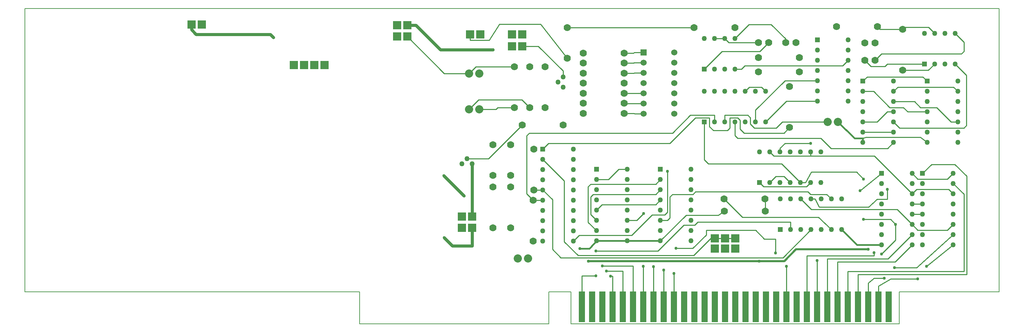
<source format=gbr>
G04 PROTEUS GERBER X2 FILE*
%TF.GenerationSoftware,Labcenter,Proteus,8.9-SP2-Build28501*%
%TF.CreationDate,2021-04-09T23:18:08+00:00*%
%TF.FileFunction,Copper,L1,Top*%
%TF.FilePolarity,Positive*%
%TF.Part,Single*%
%TF.SameCoordinates,{17eb0ee2-30aa-48b8-b423-7eda7b5b8fc9}*%
%FSLAX45Y45*%
%MOMM*%
G01*
%TA.AperFunction,NonConductor*%
%ADD10C,0.254000*%
%ADD11C,0.762000*%
%ADD12C,0.381000*%
%ADD13C,0.508000*%
%TA.AperFunction,ViaPad*%
%ADD14C,0.762000*%
%TA.AperFunction,ComponentPad*%
%ADD15R,1.270000X1.270000*%
%ADD16C,1.270000*%
%TA.AperFunction,WasherPad*%
%ADD17R,1.524000X1.524000*%
%ADD18C,1.524000*%
%TA.AperFunction,ComponentPad*%
%ADD19C,1.778000*%
%ADD70R,2.032000X2.032000*%
%ADD71C,2.032000*%
%TA.AperFunction,ConnectorPad*%
%ADD20R,1.500000X7.620000*%
%TA.AperFunction,Profile*%
%ADD21C,0.203200*%
%TD.AperFunction*%
D10*
X-10366000Y+6384000D02*
X-10604500Y+6384000D01*
X-10608500Y+6380000D01*
X-10850000Y+6380000D01*
X-10366000Y+6638000D02*
X-10604500Y+6638000D01*
X-10612500Y+6630000D01*
X-10850000Y+6630000D01*
X-10366000Y+6892000D02*
X-10604500Y+6892000D01*
X-10616500Y+6880000D01*
X-10850000Y+6880000D01*
X-11540000Y+2464000D02*
X-11747500Y+2671500D01*
X-11747500Y+3556000D01*
X-11684000Y+3619500D01*
X-10066500Y+3619500D01*
X-9952000Y+3734000D01*
X-11540000Y+2718000D02*
X-11684000Y+2862000D01*
X-11684000Y+3302000D01*
X-11620500Y+3365500D01*
X-10066500Y+3365500D01*
X-9952000Y+3480000D01*
X-9952000Y+2718000D02*
X-9779000Y+2718000D01*
X-9715500Y+2781500D01*
X-9715500Y+3302000D01*
X-9652000Y+3365500D01*
X-9144000Y+3365500D01*
X-9080500Y+3429000D01*
X-6286500Y+3429000D01*
X-6223000Y+3365500D01*
X-5819500Y+3365500D01*
X-5704000Y+3250000D01*
X-11540000Y+2972000D02*
X-11400500Y+3111500D01*
X-10066500Y+3111500D01*
X-9952000Y+3226000D01*
X-10850000Y+5380000D02*
X-10604500Y+5380000D01*
X-10592500Y+5368000D01*
X-10366000Y+5368000D01*
X-10850000Y+5630000D02*
X-10842000Y+5622000D01*
X-10366000Y+5622000D01*
X-10850000Y+5880000D02*
X-10604500Y+5880000D01*
X-10600500Y+5876000D01*
X-10366000Y+5876000D01*
X-3700000Y+2872000D02*
X-3697000Y+2875000D01*
X-3441000Y+2875000D01*
X-3700000Y+3126000D02*
X-3697000Y+3129000D01*
X-3441000Y+3129000D01*
X-3700000Y+2618000D02*
X-3558500Y+2476500D01*
X-2823500Y+2476500D01*
X-2679000Y+2621000D01*
X-6223000Y+4318000D02*
X-6220000Y+4318000D01*
X-3700000Y+3380000D02*
X-4637999Y+4318000D01*
X-6220000Y+4318000D01*
X-6220000Y+4420000D01*
X-6223000Y+4318000D02*
X-7134000Y+4318000D01*
X-7236000Y+4420000D01*
X-3700000Y+3380001D02*
X-3700000Y+3380000D01*
X-3587501Y+3492500D01*
X-2788499Y+3492500D01*
X-2679000Y+3383000D01*
X-2679000Y+3383001D01*
X-6474000Y+3658000D02*
X-6943500Y+4127500D01*
X-8763000Y+4127500D01*
X-8860000Y+4224500D01*
X-8860000Y+5168000D01*
X-8344000Y+2270000D02*
X-8090000Y+2270000D01*
X-8598000Y+2270000D02*
X-8344000Y+2270000D01*
X-12872000Y+3476000D02*
X-12874000Y+3474000D01*
X-13100000Y+3474000D01*
X-13112000Y+3224000D02*
X-13271500Y+3383500D01*
X-13271500Y+4826000D01*
X-13208000Y+4889500D01*
X-9652000Y+4889500D01*
X-9207500Y+5334000D01*
X-8606000Y+5334000D01*
X-8606000Y+5168000D01*
X-13112000Y+3224000D02*
X-13110000Y+3222000D01*
X-12872000Y+3222000D01*
X-6742000Y+5028000D02*
X-6880500Y+4889500D01*
X-7874000Y+4889500D01*
X-7971000Y+4986500D01*
X-7971000Y+5207000D01*
X-8034500Y+5270500D01*
X-8225000Y+5270500D01*
X-8225000Y+5016500D01*
X-8288500Y+4953000D01*
X-8636000Y+4953000D01*
X-8733000Y+5050000D01*
X-8733000Y+5270500D01*
X-9080500Y+5270500D01*
X-9715500Y+4635500D01*
X-12728500Y+4635500D01*
X-12872000Y+4492000D01*
X-8100000Y+6478000D02*
X-7937500Y+6478000D01*
X-7850901Y+6564599D01*
X-5425402Y+6564599D01*
X-5288000Y+6702000D01*
X-5288000Y+6702001D01*
X-9779000Y+3937000D02*
X-9779000Y+2921000D01*
X-9842500Y+2857500D01*
X-10160000Y+2857500D01*
X-10668000Y+2349500D01*
X-11966500Y+2349500D01*
X-12110000Y+2206000D01*
X-4160000Y+5166000D02*
X-4010500Y+5016500D01*
X-2413000Y+5016500D01*
X-2349500Y+5080000D01*
X-2349500Y+6325500D01*
X-2634000Y+6610000D01*
X-4922000Y+5166000D02*
X-4572000Y+5166000D01*
X-4318000Y+5420000D01*
X-4160000Y+5420000D01*
X-4922000Y+4912000D02*
X-4160000Y+4912000D01*
X-8098000Y+5168000D02*
X-8098000Y+4826000D01*
X-8034500Y+4762500D01*
X-5969000Y+4762500D01*
X-5715000Y+4508500D01*
X-4309500Y+4508500D01*
X-4160000Y+4658000D01*
X-6050000Y+6194000D02*
X-6858000Y+6194000D01*
X-7590000Y+5462000D01*
X-7590000Y+5168000D01*
X-3329000Y+6182000D02*
X-3433500Y+6286500D01*
X-4817500Y+6286500D01*
X-4922000Y+6182000D01*
X-3329000Y+5420000D02*
X-3810000Y+5420000D01*
X-3914500Y+5524500D01*
X-4254500Y+5524500D01*
X-4658000Y+5928000D01*
X-4922000Y+5928000D01*
X-2567000Y+5166000D02*
X-2730500Y+5166000D01*
X-3089000Y+5524500D01*
X-3492500Y+5524500D01*
X-3642001Y+5674001D01*
X-4160000Y+5674000D01*
X-4160000Y+5674001D01*
X-2567000Y+5928001D02*
X-2567000Y+5928000D01*
X-2671499Y+6032500D01*
X-4055501Y+6032500D01*
X-4160000Y+5928000D01*
X-4160000Y+5928001D01*
X-5794000Y+5170000D02*
X-6921500Y+5170000D01*
X-7075000Y+5016500D01*
X-7620000Y+5016500D01*
X-7717000Y+5113500D01*
X-7717000Y+5270500D01*
X-7780500Y+5334000D01*
X-8352000Y+5334000D01*
X-8352000Y+5168000D01*
X-14756000Y+4257000D02*
X-14219000Y+4257000D01*
X-13386000Y+5090000D01*
X-14704000Y+5480000D02*
X-14469000Y+5715000D01*
X-13395000Y+5715000D01*
X-13200000Y+5520000D01*
D11*
X-14629000Y+4130000D02*
X-14630000Y+4066500D01*
X-14630000Y+2810000D01*
D10*
X-9116000Y+7510000D02*
X-12270000Y+7510000D01*
X-14704000Y+6370000D02*
X-14534000Y+6540000D01*
X-13580000Y+6540000D01*
X-7844000Y+5930000D02*
X-7741500Y+6032500D01*
X-7438500Y+6032500D01*
X-7336000Y+5930000D01*
X-7514000Y+7140000D02*
X-7515600Y+7138400D01*
X-8252400Y+7138400D01*
X-8354000Y+7240000D01*
X-8608000Y+7240000D01*
X-6728000Y+3658000D02*
X-6880000Y+3810000D01*
X-7084000Y+3810000D01*
X-7236000Y+3658000D01*
X-7354000Y+3250000D02*
X-7344000Y+3240000D01*
X-7344000Y+2950000D01*
X-7490000Y+3658000D02*
X-7388000Y+3556000D01*
X-6322000Y+3556000D01*
X-6220000Y+3658000D01*
X-7260000Y+7140000D02*
X-7478500Y+6921500D01*
X-8418500Y+6921500D01*
X-8862000Y+6478000D01*
X-6050000Y+5686000D02*
X-6818000Y+5686000D01*
X-7336000Y+5168000D01*
X-14450000Y+5480000D02*
X-14033500Y+5480000D01*
X-13989500Y+5524000D01*
X-13580000Y+5524000D01*
D12*
X-10778000Y+2210000D02*
X-9952000Y+2210000D01*
X-11540000Y+2210000D02*
X-11593500Y+2146500D01*
X-11720000Y+2020000D01*
X-11950000Y+2020000D01*
X-4462000Y+2110000D02*
X-5072000Y+2110000D01*
X-5450000Y+2488000D01*
D10*
X-11540000Y+3734000D02*
X-11239500Y+3734000D01*
X-10985500Y+3988000D01*
X-10778000Y+3988000D01*
X-3700000Y+3888000D02*
X-3558500Y+3746500D01*
X-2823500Y+3746500D01*
X-2679000Y+3891000D01*
D12*
X-5540000Y+5170000D02*
X-5132500Y+4762500D01*
X-4922000Y+4762000D01*
X-4922000Y+4658000D02*
X-4922000Y+4762000D01*
D10*
X-2634000Y+7372000D02*
X-2413000Y+7151000D01*
X-2413000Y+6921500D01*
X-2476500Y+6858000D01*
X-4462000Y+6858000D01*
X-4620000Y+6700000D01*
X-4874000Y+6700000D02*
X-4721000Y+6547000D01*
X-4375000Y+6547000D01*
X-4312000Y+6610000D01*
X-3396000Y+6610000D01*
X-3142000Y+6610000D02*
X-3298000Y+6454000D01*
X-3936000Y+6454000D01*
X-3936000Y+7470000D02*
X-3884000Y+7522000D01*
X-3292000Y+7522000D01*
X-3142000Y+7372000D01*
X-4558000Y+7534000D02*
X-4494000Y+7470000D01*
X-3936000Y+7470000D01*
X-4922000Y+4762000D02*
X-4847000Y+4788000D01*
X-3491001Y+4788958D01*
X-3329000Y+4658000D01*
X-12270000Y+6748000D02*
X-12925000Y+7600000D01*
X-13955000Y+7601000D01*
X-14207000Y+7195000D01*
X-14682000Y+7195000D01*
X-14682000Y+7340000D01*
X-6982000Y+4420000D02*
X-6982000Y+4517000D01*
X-6858000Y+4635500D01*
X-6223000Y+4635500D01*
D11*
X-16235000Y+7575000D02*
X-16027000Y+7575000D01*
X-15415000Y+6963000D01*
X-14110000Y+6963000D01*
X-15320000Y+2286000D02*
X-15117000Y+2082000D01*
X-14630000Y+2082002D01*
X-14630000Y+2530000D01*
D10*
X-14704000Y+6370000D02*
X-15320000Y+6370000D01*
X-16235000Y+7295000D01*
D11*
X-19562000Y+7268000D02*
X-19641000Y+7347000D01*
X-21489000Y+7347000D01*
X-21600000Y+7458000D01*
X-21600000Y+7585000D01*
X-14830000Y+3330000D02*
X-15330000Y+3830000D01*
D10*
X-12872000Y+3476000D02*
X-12628926Y+3232926D01*
X-12628926Y+2000000D01*
X-12426426Y+1790000D01*
X-6910000Y+1790000D01*
X-6212000Y+2488000D01*
X-3700000Y+2110000D02*
X-4120000Y+1690000D01*
X-5555000Y+1690000D01*
X-5555000Y+260000D01*
X-3700000Y+2364000D02*
X-4303000Y+1761000D01*
X-5809000Y+1761000D01*
X-5809000Y+260000D01*
X-4645000Y+1917000D02*
X-4645000Y+1838000D01*
X-6317000Y+1838000D01*
X-6317000Y+260000D01*
X-4462000Y+3888000D02*
X-4993000Y+3460000D01*
X-6063257Y+1723000D02*
X-6063000Y+260000D01*
X-2679000Y+3637000D02*
X-2414000Y+3372000D01*
X-2414000Y+1454000D01*
X-5301000Y+1454000D01*
X-5301000Y+260000D01*
X-3441000Y+3891000D02*
X-3219000Y+4113000D01*
X-2643000Y+4113000D01*
X-2347000Y+3817000D01*
X-2347000Y+1378000D01*
X-5047000Y+1378000D01*
X-5047000Y+260000D01*
X-10366000Y+2887000D02*
X-10535000Y+2718000D01*
X-10778000Y+2718000D01*
D12*
X-11540000Y+2210000D02*
X-10778000Y+2210000D01*
D13*
X-11744000Y+1706000D02*
X-7499000Y+1706000D01*
X-6877000Y+1706000D01*
X-6583000Y+2000000D01*
X-4792000Y+2000000D01*
D10*
X-11390000Y+1586000D02*
X-10635000Y+1586000D01*
X-10635000Y+260000D01*
X-11291000Y+1462000D02*
X-10889000Y+1462000D01*
X-10889000Y+260000D01*
X-11187000Y+1332000D02*
X-11143000Y+1332000D01*
X-11143000Y+260000D01*
X-9619000Y+1397000D02*
X-9619000Y+260000D01*
X-9873000Y+1480000D02*
X-9873000Y+260000D01*
X-10127000Y+1567000D02*
X-10127000Y+260000D01*
X-10381000Y+1575000D02*
X-10381000Y+260000D01*
X-6825000Y+260000D02*
X-6825000Y+1580000D01*
X-7091000Y+1910000D02*
X-7091000Y+2258000D01*
X-7372000Y+2258000D01*
X-7588000Y+2474000D01*
X-8813000Y+2474000D01*
X-8813000Y+2357000D01*
X-9154000Y+2029000D01*
X-9565000Y+2029000D01*
X-6720000Y+2488000D02*
X-6720000Y+2682000D01*
X-9952000Y+2210000D02*
X-9312000Y+2850000D01*
X-8519000Y+2850000D01*
X-8360000Y+2950000D01*
X-6720000Y+2682000D02*
X-9021000Y+2682000D01*
X-9100000Y+2603000D01*
X-9367000Y+2603000D01*
X-10014000Y+1956000D01*
X-11557000Y+1956000D01*
X-11557000Y+1337000D02*
X-11905000Y+1337000D01*
X-11905000Y+260000D01*
X-8598000Y+2270000D02*
X-8700000Y+2270000D01*
X-9122000Y+1848000D01*
X-11998000Y+1848000D01*
X-12340409Y+2190409D01*
X-12340409Y+3706409D01*
X-12872000Y+4238000D01*
X-8100000Y+7240000D02*
X-7752000Y+7588000D01*
X-7202000Y+7588000D01*
X-6842900Y+7228900D01*
X-6840000Y+7140000D01*
X-3700000Y+2618000D02*
X-4070000Y+2988000D01*
X-6204000Y+2988000D01*
X-6466000Y+3250000D01*
X-6474000Y+3658000D02*
X-6346811Y+3658000D01*
X-4464000Y+1880000D02*
X-4111000Y+2233000D01*
X-4111000Y+2622000D01*
X-4234000Y+2745000D01*
X-4905000Y+2745000D01*
X-4907000Y+3748000D02*
X-5079000Y+3920000D01*
X-6208000Y+3920000D01*
X-6346811Y+3658000D01*
X-4318000Y+3492500D02*
X-4318000Y+3245000D01*
X-4567564Y+3245000D01*
X-4784000Y+3053000D01*
X-6006000Y+3051000D01*
X-6114000Y+3250000D01*
X-6212000Y+3250000D01*
X-13382000Y+7050000D02*
X-12983000Y+7050000D01*
X-12370000Y+6437000D01*
X-12370000Y+6286000D01*
X-2679000Y+2367000D02*
X-3588000Y+1543000D01*
X-4141000Y+1543000D01*
X-4390000Y+1280000D02*
X-4650000Y+1280000D01*
X-4792378Y+1160002D01*
X-4793000Y+260000D01*
X-2679000Y+2113000D02*
X-3340000Y+1580000D01*
X-3560000Y+1260000D02*
X-4230000Y+1260000D01*
X-4539000Y+1090000D01*
X-4539000Y+260000D01*
X-8370000Y+3250000D02*
X-7918000Y+2798000D01*
X-6030000Y+2800000D01*
X-5704000Y+2488000D01*
D14*
X-9779000Y+3937000D03*
X-11950000Y+2020000D03*
X-6223000Y+4635500D03*
X-14110000Y+6963000D03*
X-15320000Y+2286000D03*
X-19562000Y+7268000D03*
X-14830000Y+3330000D03*
X-15330000Y+3830000D03*
X-4645000Y+1917000D03*
X-4993000Y+3460000D03*
X-6063257Y+1723000D03*
X-10366000Y+2887000D03*
X-11744000Y+1706000D03*
X-4792000Y+2000000D03*
X-7499000Y+1706000D03*
X-11390000Y+1586000D03*
X-11291000Y+1462000D03*
X-11187000Y+1332000D03*
X-9619000Y+1397000D03*
X-9873000Y+1480000D03*
X-10127000Y+1567000D03*
X-10381000Y+1575000D03*
X-6825000Y+1580000D03*
X-7091000Y+1910000D03*
X-9565000Y+2029000D03*
X-11557000Y+1956000D03*
X-11557000Y+1337000D03*
X-4464000Y+1880000D03*
X-4111000Y+2622000D03*
X-4905000Y+2745000D03*
X-4907000Y+3748000D03*
X-4318000Y+3492500D03*
X-4141000Y+1543000D03*
X-4390000Y+1280000D03*
X-3340000Y+1580000D03*
X-3560000Y+1260000D03*
D15*
X-11540000Y+3988000D03*
D16*
X-11540000Y+3734000D03*
X-11540000Y+3480000D03*
X-11540000Y+3226000D03*
X-11540000Y+2972000D03*
X-11540000Y+2718000D03*
X-11540000Y+2464000D03*
X-11540000Y+2210000D03*
X-10778000Y+2210000D03*
X-10778000Y+2464000D03*
X-10778000Y+2718000D03*
X-10778000Y+2972000D03*
X-10778000Y+3226000D03*
X-10778000Y+3480000D03*
X-10778000Y+3734000D03*
X-10778000Y+3988000D03*
D15*
X-9952000Y+3988000D03*
D16*
X-9952000Y+3734000D03*
X-9952000Y+3480000D03*
X-9952000Y+3226000D03*
X-9952000Y+2972000D03*
X-9952000Y+2718000D03*
X-9952000Y+2464000D03*
X-9952000Y+2210000D03*
X-9190000Y+2210000D03*
X-9190000Y+2464000D03*
X-9190000Y+2718000D03*
X-9190000Y+2972000D03*
X-9190000Y+3226000D03*
X-9190000Y+3480000D03*
X-9190000Y+3734000D03*
X-9190000Y+3988000D03*
D17*
X-10366000Y+6892000D03*
D18*
X-10366000Y+6638000D03*
X-10366000Y+6384000D03*
X-10366000Y+6130000D03*
X-10366000Y+5876000D03*
X-10366000Y+5622000D03*
X-10366000Y+5368000D03*
X-9604000Y+5368000D03*
X-9604000Y+5622000D03*
X-9604000Y+5876000D03*
X-9604000Y+6130000D03*
X-9604000Y+6384000D03*
X-9604000Y+6638000D03*
X-9604000Y+6892000D03*
D19*
X-11866000Y+5380000D03*
X-10850000Y+5380000D03*
X-11866000Y+5630000D03*
X-10850000Y+5630000D03*
X-11866000Y+5880000D03*
X-10850000Y+5880000D03*
X-11866000Y+6130000D03*
X-10850000Y+6130000D03*
X-11866000Y+6380000D03*
X-10850000Y+6380000D03*
X-11866000Y+6630000D03*
X-10850000Y+6630000D03*
X-11866000Y+6880000D03*
X-10850000Y+6880000D03*
D15*
X-6050000Y+7210000D03*
D16*
X-6050000Y+6956000D03*
X-6050000Y+6702000D03*
X-6050000Y+6448000D03*
X-6050000Y+6194000D03*
X-6050000Y+5940000D03*
X-6050000Y+5686000D03*
X-5288000Y+5686000D03*
X-5288000Y+5940000D03*
X-5288000Y+6194000D03*
X-5288000Y+6448000D03*
X-5288000Y+6702000D03*
X-5288000Y+6956000D03*
X-5288000Y+7210000D03*
D15*
X-8860000Y+5168000D03*
D16*
X-8606000Y+5168000D03*
X-8352000Y+5168000D03*
X-8098000Y+5168000D03*
X-7844000Y+5168000D03*
X-7590000Y+5168000D03*
X-7336000Y+5168000D03*
X-7336000Y+5930000D03*
X-7590000Y+5930000D03*
X-7844000Y+5930000D03*
X-8098000Y+5930000D03*
X-8352000Y+5930000D03*
X-8606000Y+5930000D03*
X-8860000Y+5930000D03*
D15*
X-4462000Y+3888000D03*
D16*
X-4462000Y+3634000D03*
X-4462000Y+3380000D03*
X-4462000Y+3126000D03*
X-4462000Y+2872000D03*
X-4462000Y+2618000D03*
X-4462000Y+2364000D03*
X-4462000Y+2110000D03*
X-3700000Y+2110000D03*
X-3700000Y+2364000D03*
X-3700000Y+2618000D03*
X-3700000Y+2872000D03*
X-3700000Y+3126000D03*
X-3700000Y+3380000D03*
X-3700000Y+3634000D03*
X-3700000Y+3888000D03*
D15*
X-3441000Y+3891000D03*
D16*
X-3441000Y+3637000D03*
X-3441000Y+3383000D03*
X-3441000Y+3129000D03*
X-3441000Y+2875000D03*
X-3441000Y+2621000D03*
X-3441000Y+2367000D03*
X-3441000Y+2113000D03*
X-2679000Y+2113000D03*
X-2679000Y+2367000D03*
X-2679000Y+2621000D03*
X-2679000Y+2875000D03*
X-2679000Y+3129000D03*
X-2679000Y+3383000D03*
X-2679000Y+3637000D03*
X-2679000Y+3891000D03*
D15*
X-3329000Y+6182000D03*
D16*
X-3329000Y+5928000D03*
X-3329000Y+5674000D03*
X-3329000Y+5420000D03*
X-3329000Y+5166000D03*
X-3329000Y+4912000D03*
X-3329000Y+4658000D03*
X-2567000Y+4658000D03*
X-2567000Y+4912000D03*
X-2567000Y+5166000D03*
X-2567000Y+5420000D03*
X-2567000Y+5674000D03*
X-2567000Y+5928000D03*
X-2567000Y+6182000D03*
D15*
X-4922000Y+6182000D03*
D16*
X-4922000Y+5928000D03*
X-4922000Y+5674000D03*
X-4922000Y+5420000D03*
X-4922000Y+5166000D03*
X-4922000Y+4912000D03*
X-4922000Y+4658000D03*
X-4160000Y+4658000D03*
X-4160000Y+4912000D03*
X-4160000Y+5166000D03*
X-4160000Y+5420000D03*
X-4160000Y+5674000D03*
X-4160000Y+5928000D03*
X-4160000Y+6182000D03*
D15*
X-12872000Y+4492000D03*
D16*
X-12872000Y+4238000D03*
X-12872000Y+3984000D03*
X-12872000Y+3730000D03*
X-12872000Y+3476000D03*
X-12872000Y+3222000D03*
X-12872000Y+2968000D03*
X-12872000Y+2714000D03*
X-12872000Y+2460000D03*
X-12872000Y+2206000D03*
X-12110000Y+2206000D03*
X-12110000Y+2460000D03*
X-12110000Y+2714000D03*
X-12110000Y+2968000D03*
X-12110000Y+3222000D03*
X-12110000Y+3476000D03*
X-12110000Y+3730000D03*
X-12110000Y+3984000D03*
X-12110000Y+4238000D03*
X-12110000Y+4492000D03*
D19*
X-13112000Y+3224000D03*
X-13112000Y+2208000D03*
D15*
X-3396000Y+6610000D03*
D16*
X-3142000Y+6610000D03*
X-2888000Y+6610000D03*
X-2634000Y+6610000D03*
X-2634000Y+7372000D03*
X-2888000Y+7372000D03*
X-3142000Y+7372000D03*
X-3396000Y+7372000D03*
D19*
X-4874000Y+7131000D03*
X-4620000Y+7131000D03*
X-4874000Y+6700000D03*
X-4620000Y+6700000D03*
X-5574000Y+7534000D03*
X-4558000Y+7534000D03*
X-3936000Y+6454000D03*
X-3936000Y+7470000D03*
X-6742000Y+6044000D03*
X-6742000Y+5028000D03*
X-8360000Y+2950000D03*
X-7344000Y+2950000D03*
D70*
X-8598000Y+2016000D03*
X-8598000Y+2270000D03*
X-8344000Y+2016000D03*
X-8344000Y+2270000D03*
X-8090000Y+2016000D03*
X-8090000Y+2270000D03*
D71*
X-13494000Y+1770000D03*
X-13240000Y+1770000D03*
D19*
X-7514000Y+7140000D03*
X-7260000Y+7140000D03*
X-6840000Y+7140000D03*
X-6586000Y+7140000D03*
D71*
X-14704000Y+6370000D03*
X-14450000Y+6370000D03*
X-14704000Y+5480000D03*
X-14450000Y+5480000D03*
X-5794000Y+5170000D03*
X-5540000Y+5170000D03*
D19*
X-14110000Y+3840000D03*
X-14110000Y+4602000D03*
X-13670000Y+3838000D03*
X-13670000Y+4600000D03*
X-12270000Y+7510000D03*
X-12270000Y+6748000D03*
D16*
X-12370000Y+6286000D03*
X-12497000Y+6159000D03*
X-12370000Y+6032000D03*
X-14629000Y+4130000D03*
X-14756000Y+4257000D03*
X-14883000Y+4130000D03*
D19*
X-13200000Y+5520000D03*
X-13200000Y+6536000D03*
X-13386000Y+5090000D03*
X-12370000Y+5090000D03*
X-14110000Y+2534000D03*
X-14110000Y+3550000D03*
X-13580000Y+6540000D03*
X-13580000Y+5524000D03*
X-9116000Y+7510000D03*
X-8100000Y+7510000D03*
X-6500000Y+6770000D03*
X-7516000Y+6770000D03*
X-13100000Y+3474000D03*
X-13100000Y+4490000D03*
X-8370000Y+3250000D03*
X-7354000Y+3250000D03*
X-13670000Y+3546000D03*
X-13670000Y+2530000D03*
X-6500000Y+6410000D03*
X-7516000Y+6410000D03*
D15*
X-8862000Y+6478000D03*
D16*
X-8608000Y+6478000D03*
X-8354000Y+6478000D03*
X-8100000Y+6478000D03*
X-8100000Y+7240000D03*
X-8354000Y+7240000D03*
X-8608000Y+7240000D03*
X-8862000Y+7240000D03*
D15*
X-7490000Y+3658000D03*
D16*
X-7236000Y+3658000D03*
X-6982000Y+3658000D03*
X-6728000Y+3658000D03*
X-6474000Y+3658000D03*
X-6220000Y+3658000D03*
X-5966000Y+3658000D03*
X-5966000Y+4420000D03*
X-6220000Y+4420000D03*
X-6474000Y+4420000D03*
X-6728000Y+4420000D03*
X-6982000Y+4420000D03*
X-7236000Y+4420000D03*
X-7490000Y+4420000D03*
D15*
X-6974000Y+2488000D03*
D16*
X-6720000Y+2488000D03*
X-6466000Y+2488000D03*
X-6212000Y+2488000D03*
X-5958000Y+2488000D03*
X-5704000Y+2488000D03*
X-5450000Y+2488000D03*
X-5450000Y+3250000D03*
X-5704000Y+3250000D03*
X-5958000Y+3250000D03*
X-6212000Y+3250000D03*
X-6466000Y+3250000D03*
X-6720000Y+3250000D03*
X-6974000Y+3250000D03*
D70*
X-21346000Y+7585000D03*
X-21600000Y+7585000D03*
X-14630000Y+2530000D03*
X-14884000Y+2530000D03*
X-14630000Y+2810000D03*
X-14884000Y+2810000D03*
X-14682000Y+7340000D03*
X-14428000Y+7340000D03*
X-16489000Y+7575000D03*
X-16235000Y+7575000D03*
X-16489000Y+7295000D03*
X-16235000Y+7295000D03*
X-13636000Y+7340000D03*
X-13382000Y+7340000D03*
X-13636000Y+7050000D03*
X-13382000Y+7050000D03*
X-18801000Y+6584000D03*
X-19055000Y+6584000D03*
X-18291000Y+6584000D03*
X-18545000Y+6584000D03*
D20*
X-11905000Y+566000D03*
X-11651000Y+566000D03*
X-11397000Y+566000D03*
X-11143000Y+566000D03*
X-10889000Y+566000D03*
X-10635000Y+566000D03*
X-10381000Y+566000D03*
X-10127000Y+566000D03*
X-9873000Y+566000D03*
X-9619000Y+566000D03*
X-9365000Y+566000D03*
X-9111000Y+566000D03*
X-8857000Y+566000D03*
X-8603000Y+566000D03*
X-8349000Y+566000D03*
X-8095000Y+566000D03*
X-7841000Y+566000D03*
X-7587000Y+566000D03*
X-7333000Y+566000D03*
X-7079000Y+566000D03*
X-6825000Y+566000D03*
X-6571000Y+566000D03*
X-6317000Y+566000D03*
X-6063000Y+566000D03*
X-5809000Y+566000D03*
X-5555000Y+566000D03*
X-5301000Y+566000D03*
X-5047000Y+566000D03*
X-4793000Y+566000D03*
X-4539000Y+566000D03*
X-4285000Y+566000D03*
X-11905000Y+566000D03*
X-11651000Y+566000D03*
X-11397000Y+566000D03*
X-11143000Y+566000D03*
X-10889000Y+566000D03*
X-10635000Y+566000D03*
X-10381000Y+566000D03*
X-10127000Y+566000D03*
X-9873000Y+566000D03*
X-9619000Y+566000D03*
X-9365000Y+566000D03*
X-9111000Y+566000D03*
X-8857000Y+566000D03*
X-8603000Y+566000D03*
X-8349000Y+566000D03*
X-8095000Y+566000D03*
X-7841000Y+566000D03*
X-7587000Y+566000D03*
X-7333000Y+566000D03*
X-7079000Y+566000D03*
X-6825000Y+566000D03*
X-6571000Y+566000D03*
X-6317000Y+566000D03*
X-6063000Y+566000D03*
X-5809000Y+566000D03*
X-5555000Y+566000D03*
X-5301000Y+566000D03*
X-5047000Y+566000D03*
X-4793000Y+566000D03*
X-4539000Y+566000D03*
X-11905000Y+566000D03*
X-11651000Y+566000D03*
X-11397000Y+566000D03*
X-11397000Y+566000D03*
X-11143000Y+566000D03*
X-10889000Y+566000D03*
X-10635000Y+566000D03*
X-10381000Y+566000D03*
X-10889000Y+566000D03*
X-10635000Y+566000D03*
X-10381000Y+566000D03*
X-10381000Y+566000D03*
X-10127000Y+566000D03*
X-9873000Y+566000D03*
X-9619000Y+566000D03*
X-9365000Y+566000D03*
X-9111000Y+566000D03*
X-8857000Y+566000D03*
X-8603000Y+566000D03*
X-8349000Y+566000D03*
X-9873000Y+566000D03*
X-9619000Y+566000D03*
X-9365000Y+566000D03*
X-9365000Y+566000D03*
X-9111000Y+566000D03*
X-8857000Y+566000D03*
X-8603000Y+566000D03*
X-8349000Y+566000D03*
X-8857000Y+566000D03*
X-8603000Y+566000D03*
X-8349000Y+566000D03*
X-8349000Y+566000D03*
X-8095000Y+566000D03*
X-7841000Y+566000D03*
X-7587000Y+566000D03*
X-7333000Y+566000D03*
X-7079000Y+566000D03*
X-6825000Y+566000D03*
X-6571000Y+566000D03*
X-6317000Y+566000D03*
X-6063000Y+566000D03*
X-5809000Y+566000D03*
X-5555000Y+566000D03*
X-5301000Y+566000D03*
X-5047000Y+566000D03*
X-4793000Y+566000D03*
X-4539000Y+566000D03*
X-4285000Y+566000D03*
X-7841000Y+566000D03*
X-7587000Y+566000D03*
X-7333000Y+566000D03*
X-7333000Y+566000D03*
X-7079000Y+566000D03*
X-6825000Y+566000D03*
X-6571000Y+566000D03*
X-6317000Y+566000D03*
X-6825000Y+566000D03*
X-6571000Y+566000D03*
X-6317000Y+566000D03*
X-6317000Y+566000D03*
X-6063000Y+566000D03*
X-5809000Y+566000D03*
X-5555000Y+566000D03*
X-5301000Y+566000D03*
X-5047000Y+566000D03*
X-4793000Y+566000D03*
X-4539000Y+566000D03*
X-4285000Y+566000D03*
X-5809000Y+566000D03*
X-5555000Y+566000D03*
X-5301000Y+566000D03*
X-5301000Y+566000D03*
X-5047000Y+566000D03*
X-4793000Y+566000D03*
X-4539000Y+566000D03*
X-4285000Y+566000D03*
X-4793000Y+566000D03*
X-4539000Y+566000D03*
X-4285000Y+566000D03*
X-4285000Y+566000D03*
D19*
X-12817000Y+6536000D03*
X-12817000Y+5520000D03*
D21*
X-4020000Y+940000D02*
X-1537000Y+940000D01*
X-1537000Y+7990000D01*
X-25739000Y+7990000D01*
X-25739000Y+940000D01*
X-12170000Y+150000D02*
X-12170000Y+940000D01*
X-17420000Y+940000D02*
X-25739000Y+940000D01*
X-12170000Y+150000D02*
X-4020000Y+150000D01*
X-4020000Y+940000D01*
X-12720000Y+150000D02*
X-12720000Y+940000D01*
X-12170000Y+940000D01*
X-17420000Y+940000D02*
X-17420000Y+150000D01*
X-12720000Y+150000D01*
M02*

</source>
